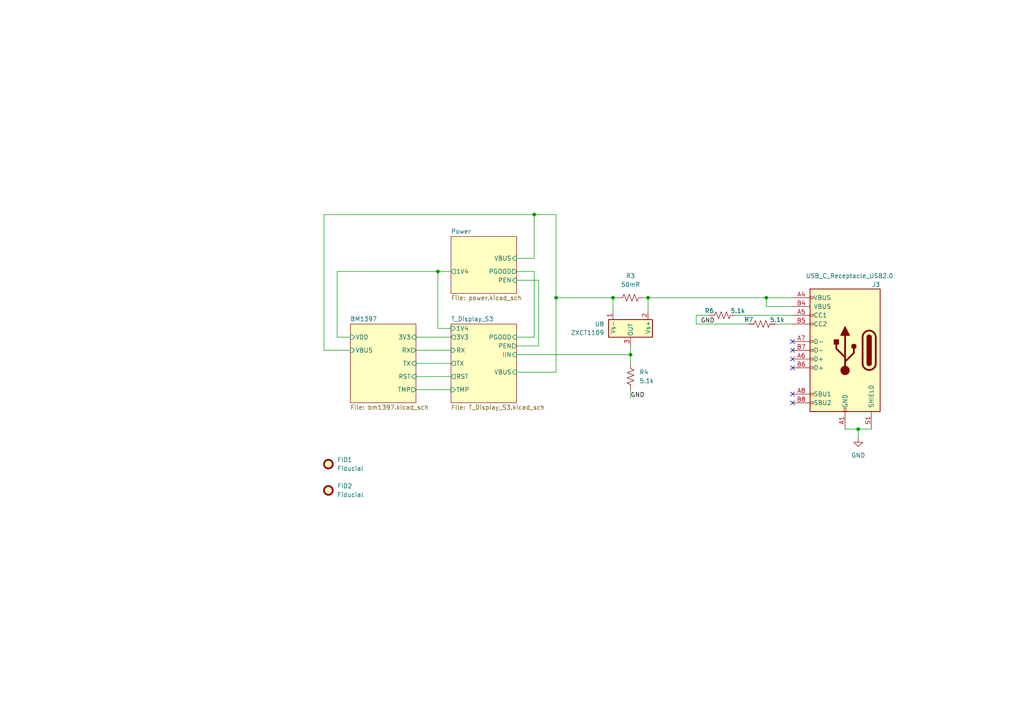
<source format=kicad_sch>
(kicad_sch (version 20231120) (generator "eeschema") (generator_version "8.0")
  (paper "A4")
  (title_block (title "NerdNOS") (date "2024-04-05") (rev "1"))
  (lib_symbols
    (symbol "Amplifier_Current:ZXCT1109" (pin_names (offset 0.254))
      (property "Reference" "U" (at 7.62 1.27 0))
      (property "Value" "ZXCT1109" (at 7.62 -1.27 0))
      (symbol "ZXCT1109_0_1"
        (rectangle (start -6.35 2.54) (end 6.35 -2.54) (stroke (width 0.254)) (fill (type background)))
      )
      (symbol "ZXCT1109_1_1"
        (pin input line (at 5.08 5.08 270) (length 2.54) (name "Vs-") (number "1"))
        (pin input line (at -5.08 5.08 270) (length 2.54) (name "Vs+") (number "2"))
        (pin output line (at 0 -5.08 90) (length 2.54) (name "OUT") (number "3"))
      )
    )
    (symbol "Device:R_US" (pin_numbers hide) (pin_names (offset 0))
      (property "Reference" "R" (at 2.54 0 90))
      (property "Value" "R_US" (at -2.54 0 90))
      (symbol "R_US_0_1"
        (polyline (pts (xy 0 -2.286) (xy 0 -2.54)))
        (polyline (pts (xy 0 2.286) (xy 0 2.54)))
        (polyline (pts (xy 0 -0.762) (xy 1.016 -1.143) (xy 0 -1.524) (xy -1.016 -1.905) (xy 0 -2.286)))
        (polyline (pts (xy 0 0.762) (xy 1.016 0.381) (xy 0 0) (xy -1.016 -0.381) (xy 0 -0.762)))
        (polyline (pts (xy 0 2.286) (xy 1.016 1.905) (xy 0 1.524) (xy -1.016 1.143) (xy 0 0.762)))
      )
      (symbol "R_US_1_1"
        (pin passive line (at 0 3.81 270) (length 1.27) (name "~") (number "1"))
        (pin passive line (at 0 -3.81 90) (length 1.27) (name "~") (number "2"))
      )
    )
    (symbol "Mechanical:Fiducial" (exclude_from_sim yes) (in_bom no)
      (property "Reference" "FID" (at 0 5.08 0))
      (property "Value" "Fiducial" (at 0 3.175 0))
      (symbol "Fiducial_0_1"
        (circle (center 0 0) (radius 1.27) (stroke (width 0.508)) (fill (type background)))
      )
    )
    (symbol "bitaxe:USB_C_Receptacle_USB2.0" (pin_names (offset 1.016))
      (property "Reference" "J" (at -10.16 19.05 0))
      (property "Value" "USB_C_Receptacle_USB2.0" (at 19.05 19.05 0))
      (symbol "USB_C_Receptacle_USB2.0_0_0"
        (rectangle (start -0.254 -17.78) (end 0.254 -16.764))
        (rectangle (start 10.16 -14.986) (end 9.144 -15.494))
        (rectangle (start 10.16 -12.446) (end 9.144 -12.954))
        (rectangle (start 10.16 -4.826) (end 9.144 -5.334))
        (rectangle (start 10.16 -2.286) (end 9.144 -2.794))
        (rectangle (start 10.16 0.254) (end 9.144 -0.254))
        (rectangle (start 10.16 2.794) (end 9.144 2.286))
        (rectangle (start 10.16 7.874) (end 9.144 7.366))
        (rectangle (start 10.16 10.414) (end 9.144 9.906))
        (rectangle (start 10.16 15.494) (end 9.144 14.986))
      )
      (symbol "USB_C_Receptacle_USB2.0_0_1"
        (rectangle (start -10.16 17.78) (end 10.16 -17.78) (stroke (width 0.254)) (fill (type background)))
        (arc (start -8.89 -3.81) (mid -6.985 -5.7067) (end -5.08 -3.81) (stroke (width 0.508)))
        (arc (start -7.62 -3.81) (mid -6.985 -4.4423) (end -6.35 -3.81) (stroke (width 0.254)))
        (arc (start -7.62 -3.81) (mid -6.985 -4.4423) (end -6.35 -3.81) (stroke (width 0.254)) (fill (type outline)))
        (rectangle (start -7.62 -3.81) (end -6.35 3.81) (stroke (width 0.254)) (fill (type outline)))
        (arc (start -6.35 3.81) (mid -6.985 4.4423) (end -7.62 3.81) (stroke (width 0.254)))
        (arc (start -6.35 3.81) (mid -6.985 4.4423) (end -7.62 3.81) (stroke (width 0.254)) (fill (type outline)))
        (arc (start -5.08 3.81) (mid -6.985 5.7067) (end -8.89 3.81) (stroke (width 0.508)))
        (circle (center -2.54 1.143) (radius 0.635) (stroke (width 0.254)) (fill (type outline)))
        (circle (center 0 -5.842) (radius 1.27) (fill (type outline)))
        (polyline (pts (xy -8.89 -3.81) (xy -8.89 3.81)) (stroke (width 0.508)))
        (polyline (pts (xy -5.08 3.81) (xy -5.08 -3.81)) (stroke (width 0.508)))
        (polyline (pts (xy 0 -5.842) (xy 0 4.318)) (stroke (width 0.508)))
        (polyline (pts (xy 0 -3.302) (xy -2.54 -0.762) (xy -2.54 0.508)) (stroke (width 0.508)))
        (polyline (pts (xy 0 -2.032) (xy 2.54 0.508) (xy 2.54 1.778)) (stroke (width 0.508)))
        (polyline (pts (xy -1.27 4.318) (xy 0 6.858) (xy 1.27 4.318) (xy -1.27 4.318)) (stroke (width 0.254)) (fill (type outline)))
        (rectangle (start 1.905 1.778) (end 3.175 3.048) (stroke (width 0.254)) (fill (type outline)))
      )
      (symbol "USB_C_Receptacle_USB2.0_1_1"
        (pin passive line (at 0 -22.86 90) (length 5.08) (name "GND") (number "A1"))
        (pin power_out line (at 15.24 15.24 180) (length 5.08) (name "VBUS") (number "A4"))
        (pin bidirectional line (at 15.24 10.16 180) (length 5.08) (name "CC1") (number "A5"))
        (pin bidirectional line (at 15.24 -2.54 180) (length 5.08) (name "D+") (number "A6"))
        (pin bidirectional line (at 15.24 2.54 180) (length 5.08) (name "D-") (number "A7"))
        (pin bidirectional line (at 15.24 -12.7 180) (length 5.08) (name "SBU1") (number "A8"))
        (pin passive line (at 0 -22.86 90) (length 5.08) hide (name "GND") (number "B1"))
        (pin passive line (at 15.24 12.7 180) (length 5.08) (name "VBUS") (number "B4"))
        (pin bidirectional line (at 15.24 7.62 180) (length 5.08) (name "CC2") (number "B5"))
        (pin bidirectional line (at 15.24 -5.08 180) (length 5.08) (name "D+") (number "B6"))
        (pin bidirectional line (at 15.24 0 180) (length 5.08) (name "D-") (number "B7"))
        (pin bidirectional line (at 15.24 -15.24 180) (length 5.08) (name "SBU2") (number "B8"))
        (pin passive line (at -7.62 -22.86 90) (length 5.08) (name "SHIELD") (number "S1"))
      )
    )
    (symbol "power:GND" (power) (pin_numbers hide) (pin_names (offset 0) hide)
      (property "Value" "GND" (at 0 -3.81 0))
      (symbol "GND_0_1"
        (polyline (pts (xy 0 0) (xy 0 -1.27) (xy 1.27 -1.27) (xy 0 -2.54) (xy -1.27 -1.27) (xy 0 -1.27)))
      )
      (symbol "GND_1_1"
        (pin power_in line (at 0 0 270) (length 0) (name "~") (number "1"))
      )
    )
  )
  (junction (at 161.29 86.36))
  (junction (at 154.94 62.23))
  (junction (at 248.92 124.46))
  (junction (at 177.8 86.36))
  (junction (at 187.96 86.36))
  (junction (at 127 78.74))
  (junction (at 182.88 102.87))
  (junction (at 222.25 86.36))
  (no_connect (at 229.87 101.6))
  (no_connect (at 229.87 99.06))
  (no_connect (at 229.87 106.68))
  (no_connect (at 229.87 114.3))
  (no_connect (at 229.87 104.14))
  (no_connect (at 229.87 116.84))
  (wire (pts (xy 149.86 102.87) (xy 182.88 102.87)))
  (wire (pts (xy 156.21 81.28) (xy 149.86 81.28)))
  (wire (pts (xy 120.65 113.03) (xy 130.81 113.03)))
  (wire (pts (xy 224.79 93.98) (xy 229.87 93.98)))
  (wire (pts (xy 93.98 101.6) (xy 101.6 101.6)))
  (wire (pts (xy 182.88 102.87) (xy 182.88 105.41)))
  (wire (pts (xy 161.29 86.36) (xy 177.8 86.36)))
  (wire (pts (xy 120.65 109.22) (xy 130.81 109.22)))
  (wire (pts (xy 217.17 93.98) (xy 201.93 93.98)))
  (wire (pts (xy 154.94 74.93) (xy 154.94 62.23)))
  (wire (pts (xy 130.81 78.74) (xy 127 78.74)))
  (wire (pts (xy 201.93 93.98) (xy 201.93 91.44)))
  (wire (pts (xy 93.98 62.23) (xy 93.98 101.6)))
  (wire (pts (xy 182.88 113.03) (xy 182.88 115.57)))
  (wire (pts (xy 187.96 86.36) (xy 187.96 90.17)))
  (wire (pts (xy 186.69 86.36) (xy 187.96 86.36)))
  (wire (pts (xy 120.65 101.6) (xy 130.81 101.6)))
  (wire (pts (xy 120.65 105.41) (xy 130.81 105.41)))
  (wire (pts (xy 222.25 86.36) (xy 222.25 88.9)))
  (wire (pts (xy 222.25 88.9) (xy 229.87 88.9)))
  (wire (pts (xy 177.8 86.36) (xy 179.07 86.36)))
  (wire (pts (xy 93.98 62.23) (xy 154.94 62.23)))
  (wire (pts (xy 213.36 91.44) (xy 229.87 91.44)))
  (wire (pts (xy 130.81 95.25) (xy 127 95.25)))
  (wire (pts (xy 120.65 97.79) (xy 130.81 97.79)))
  (wire (pts (xy 156.21 100.33) (xy 156.21 81.28)))
  (wire (pts (xy 149.86 107.95) (xy 161.29 107.95)))
  (wire (pts (xy 177.8 90.17) (xy 177.8 86.36)))
  (wire (pts (xy 248.92 124.46) (xy 248.92 127)))
  (wire (pts (xy 187.96 86.36) (xy 222.25 86.36)))
  (wire (pts (xy 154.94 97.79) (xy 154.94 78.74)))
  (wire (pts (xy 97.79 78.74) (xy 97.79 97.79)))
  (wire (pts (xy 161.29 62.23) (xy 154.94 62.23)))
  (wire (pts (xy 154.94 78.74) (xy 149.86 78.74)))
  (wire (pts (xy 149.86 97.79) (xy 154.94 97.79)))
  (wire (pts (xy 127 78.74) (xy 97.79 78.74)))
  (wire (pts (xy 161.29 62.23) (xy 161.29 86.36)))
  (wire (pts (xy 161.29 86.36) (xy 161.29 107.95)))
  (wire (pts (xy 245.11 124.46) (xy 248.92 124.46)))
  (wire (pts (xy 149.86 74.93) (xy 154.94 74.93)))
  (wire (pts (xy 97.79 97.79) (xy 101.6 97.79)))
  (wire (pts (xy 248.92 124.46) (xy 252.73 124.46)))
  (wire (pts (xy 182.88 100.33) (xy 182.88 102.87)))
  (wire (pts (xy 201.93 91.44) (xy 205.74 91.44)))
  (wire (pts (xy 222.25 86.36) (xy 229.87 86.36)))
  (wire (pts (xy 149.86 100.33) (xy 156.21 100.33)))
  (wire (pts (xy 127 95.25) (xy 127 78.74)))
  (label "GND" (at 182.88 115.57 0))
  (label "GND" (at 203.2 93.98 0))
  (symbol (lib_id "Amplifier_Current:ZXCT1109") (at 182.88 95.25 0) (mirror y) (unit 1)
    (property "Reference" "U8" (at 175.26 93.9799 0) (effects (justify left)))
    (property "Value" "ZXCT1109" (at 175.26 96.5199 0) (effects (justify left)))
    (property "Footprint" "Package_TO_SOT_SMD:SOT-23" (effects (hide yes)))
    (property "Datasheet" "https://www.diodes.com/assets/Datasheets/ZXCT1107_10.pdf" (effects (hide yes)))
    (property "Description" "Low Power High-Side Current Monitors, SOT-23" (effects (hide yes)))
  )
  (symbol (lib_id "bitaxe:USB_C_Receptacle_USB2.0") (at 245.11 101.6 0) (mirror y) (unit 1)
    (property "Reference" "J3" (at 255.27 82.55 0) (effects (justify left)))
    (property "Value" "USB_C_Receptacle_USB2.0" (at 233.68 80.01 0) (effects (justify right)))
    (property "Footprint" "Connector_USB:USB_C_Receptacle_GCT_USB4105-xx-A_16P_TopMnt_Horizontal" (effects (hide yes)))
    (property "Datasheet" "https://www.usb.org/sites/default/files/documents/usb_type-c.zip" (effects (hide yes)))
    (property "Description" "USB 2.0-only Type-C Receptacle connector" (effects (hide yes)))
    (property "DK" "2073-USB4105-GF-ACT-ND" (effects (hide yes)))
    (property "PARTNO" "USB4105-GF-A" (effects (hide yes)))
  )
  (symbol (lib_id "Device:R_US") (at 182.88 86.36 90) (unit 1)
    (property "Reference" "R3" (at 182.88 80.01 90))
    (property "Value" "50mR" (at 182.88 82.55 90))
    (property "Footprint" "Resistor_SMD:R_1206_3216Metric" (effects (hide yes)))
    (property "Description" "Resistor, US symbol" (effects (hide yes)))
    (property "DK" "311-0.05TCT-ND" (effects (hide yes)))
    (property "PARTNO" "RL2512FK-070R05L" (effects (hide yes)))
  )
  (symbol (lib_id "power:GND") (at 248.92 127 0) (unit 1)
    (property "Reference" "#PWR04" (effects (hide yes)))
    (property "Value" "GND" (at 248.92 132.08 0))
    (property "Description" "Power symbol creates a global label with name \"GND\" , ground" (effects (hide yes)))
  )
  (symbol (lib_id "Device:R_US") (at 209.55 91.44 90) (unit 1)
    (property "Reference" "R6" (at 205.74 90.17 90))
    (property "Value" "5.1k" (at 213.995 90.17 90))
    (property "Footprint" "Resistor_SMD:R_0402_1005Metric" (effects (hide yes)))
    (property "DK" "RMCF0402JT5K10CT-ND" (effects (hide yes)))
    (property "PARTNO" "RMCF0402JT5K10" (effects (hide yes)))
  )
  (symbol (lib_id "Mechanical:Fiducial") (at 95.25 142.24 0) (unit 1) (exclude_from_sim yes) (in_bom no)
    (property "Reference" "FID2" (at 97.79 140.9699 0) (effects (justify left)))
    (property "Value" "Fiducial" (at 97.79 143.5099 0) (effects (justify left)))
    (property "Footprint" "Fiducial:Fiducial_1mm_Mask2mm" (effects (hide yes)))
    (property "Description" "Fiducial Marker" (effects (hide yes)))
  )
  (symbol (lib_id "Device:R_US") (at 182.88 109.22 180) (unit 1)
    (property "Reference" "R4" (at 185.42 107.9499 0) (effects (justify right)))
    (property "Value" "5.1k" (at 185.42 110.4899 0) (effects (justify right)))
    (property "Footprint" "Resistor_SMD:R_0402_1005Metric" (effects (hide yes)))
    (property "Description" "Resistor, US symbol" (effects (hide yes)))
  )
  (symbol (lib_id "Device:R_US") (at 220.98 93.98 90) (unit 1)
    (property "Reference" "R7" (at 217.17 92.71 90))
    (property "Value" "5.1k" (at 225.425 92.71 90))
    (property "Footprint" "Resistor_SMD:R_0402_1005Metric" (effects (hide yes)))
    (property "DK" "RMCF0402JT5K10CT-ND" (effects (hide yes)))
    (property "PARTNO" "RMCF0402JT5K10" (effects (hide yes)))
  )
  (symbol (lib_id "Mechanical:Fiducial") (at 95.25 134.62 0) (unit 1) (exclude_from_sim yes) (in_bom no)
    (property "Reference" "FID1" (at 97.79 133.3499 0) (effects (justify left)))
    (property "Value" "Fiducial" (at 97.79 135.8899 0) (effects (justify left)))
    (property "Footprint" "Fiducial:Fiducial_1mm_Mask2mm" (effects (hide yes)))
    (property "Description" "Fiducial Marker" (effects (hide yes)))
  )
  (sheet (at 101.6 93.98) (size 19.05 22.86) (stroke (width 0.1524)) (fill (color 255 255 194 1.0000))
    (property "Sheetname" "BM1397" (at 101.6 93.2684 0) (effects (justify left bottom)))
    (property "Sheetfile" "bm1397.kicad_sch" (at 101.6 117.4246 0) (effects (justify left top)))
    (pin "VDD" input (at 101.6 97.79 180))
    (pin "TX" input (at 120.65 105.41 0))
    (pin "3V3" input (at 120.65 97.79 0))
    (pin "RX" output (at 120.65 101.6 0))
    (pin "RST" input (at 120.65 109.22 0))
    (pin "VBUS" input (at 101.6 101.6 180))
    (pin "TMP" output (at 120.65 113.03 0))
  )
  (sheet (at 130.81 68.58) (size 19.05 16.51) (stroke (width 0.1524)) (fill (color 255 255 194 1.0000))
    (property "Sheetname" "Power" (at 130.81 67.8684 0) (effects (justify left bottom)))
    (property "Sheetfile" "power.kicad_sch" (at 130.81 85.6746 0) (effects (justify left top)))
    (pin "VBUS" input (at 149.86 74.93 0))
    (pin "1V4" output (at 130.81 78.74 180))
    (pin "PGOOD" output (at 149.86 78.74 0))
    (pin "PEN" input (at 149.86 81.28 0))
  )
  (sheet (at 130.81 93.98) (size 19.05 22.86) (stroke (width 0.1524)) (fill (color 255 255 194 1.0000))
    (property "Sheetname" "T_Display_S3" (at 130.81 93.2684 0) (effects (justify left bottom)))
    (property "Sheetfile" "T_Display_S3.kicad_sch" (at 130.81 117.4246 0) (effects (justify left top)))
    (pin "VBUS" input (at 149.86 107.95 0))
    (pin "RX" input (at 130.81 101.6 180))
    (pin "TX" output (at 130.81 105.41 180))
    (pin "RST" output (at 130.81 109.22 180))
    (pin "3V3" output (at 130.81 97.79 180))
    (pin "TMP" input (at 130.81 113.03 180))
    (pin "PGOOD" input (at 149.86 97.79 0))
    (pin "PEN" output (at 149.86 100.33 0))
    (pin "IIN" input (at 149.86 102.87 0))
    (pin "1V4" input (at 130.81 95.25 180))
  )
)
</source>
